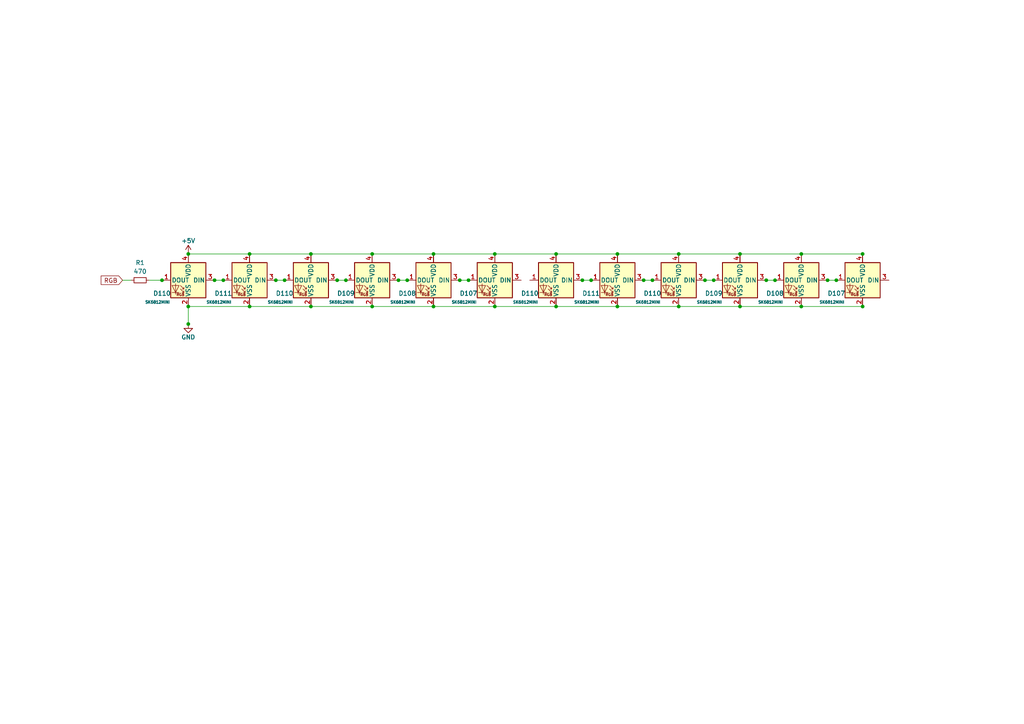
<source format=kicad_sch>
(kicad_sch (version 20230121) (generator eeschema)
  (paper "A4")
  (title_block (title "Hotswap Chiffre") (date "2023-07-13") (rev "0.2.2") (company "sporkus"))
  (lib_symbols
    (symbol "Device:R_Small" (pin_numbers hide) (pin_names (offset 0.254) hide)
      (property "Reference" "R" (at 0.762 0.508 0))
      (property "Value" "R_Small" (at 0.762 -1.016 0))
      (symbol "R_Small_0_1"
        (rectangle (start -0.762 1.778) (end 0.762 -1.778) (stroke (width 0.2032)))
      )
      (symbol "R_Small_1_1"
        (pin passive line (at 0 2.54 270) (length 0.762) (name "~") (number "1"))
        (pin passive line (at 0 -2.54 90) (length 0.762) (name "~") (number "2"))
      )
    )
    (symbol "LED:SK6812MINI" (pin_names (offset 0.254))
      (property "Reference" "D" (at 5.08 5.715 0))
      (property "Value" "SK6812MINI" (at 1.27 -5.715 0))
      (symbol "SK6812MINI_0_0"
        (text "RGB" (at 2.286 -4.191 0) (effects (font (size 0.762 0.762))))
      )
      (symbol "SK6812MINI_0_1"
        (polyline (pts (xy 1.27 -3.556) (xy 1.778 -3.556)))
        (polyline (pts (xy 1.27 -2.54) (xy 1.778 -2.54)))
        (polyline (pts (xy 4.699 -3.556) (xy 2.667 -3.556)))
        (polyline (pts (xy 2.286 -2.54) (xy 1.27 -3.556) (xy 1.27 -3.048)))
        (polyline (pts (xy 2.286 -1.524) (xy 1.27 -2.54) (xy 1.27 -2.032)))
        (polyline (pts (xy 3.683 -1.016) (xy 3.683 -3.556) (xy 3.683 -4.064)))
        (polyline (pts (xy 4.699 -1.524) (xy 2.667 -1.524) (xy 3.683 -3.556) (xy 4.699 -1.524)))
        (rectangle (start 5.08 5.08) (end -5.08 -5.08) (stroke (width 0.254)) (fill (type background)))
      )
      (symbol "SK6812MINI_1_1"
        (pin output line (at 7.62 0 180) (length 2.54) (name "DOUT") (number "1"))
        (pin power_in line (at 0 -7.62 90) (length 2.54) (name "VSS") (number "2"))
        (pin input line (at -7.62 0 0) (length 2.54) (name "DIN") (number "3"))
        (pin power_in line (at 0 7.62 270) (length 2.54) (name "VDD") (number "4"))
      )
    )
    (symbol "power:+5V" (power) (pin_names (offset 0))
      (property "Value" "+5V" (at 0 3.556 0))
      (symbol "+5V_0_1"
        (polyline (pts (xy -0.762 1.27) (xy 0 2.54)))
        (polyline (pts (xy 0 0) (xy 0 2.54)))
        (polyline (pts (xy 0 2.54) (xy 0.762 1.27)))
      )
      (symbol "+5V_1_1"
        (pin power_in line (at 0 0 90) (length 0) hide (name "+5V") (number "1"))
      )
    )
    (symbol "power:GND" (power) (pin_names (offset 0))
      (property "Value" "GND" (at 0 -3.81 0))
      (symbol "GND_0_1"
        (polyline (pts (xy 0 0) (xy 0 -1.27) (xy 1.27 -1.27) (xy 0 -2.54) (xy -1.27 -1.27) (xy 0 -1.27)))
      )
      (symbol "GND_1_1"
        (pin power_in line (at 0 0 270) (length 0) hide (name "GND") (number "1"))
      )
    )
  )
  (junction (at 214.63 88.9))
  (junction (at 90.17 73.66))
  (junction (at 214.63 73.66))
  (junction (at 133.35 81.28))
  (junction (at 189.23 81.28))
  (junction (at 125.73 73.66))
  (junction (at 125.73 88.9))
  (junction (at 107.95 88.9))
  (junction (at 115.57 81.28))
  (junction (at 242.57 81.28))
  (junction (at 196.85 88.9))
  (junction (at 135.89 81.28))
  (junction (at 250.19 88.9))
  (junction (at 54.61 93.98))
  (junction (at 46.99 81.28))
  (junction (at 232.41 88.9))
  (junction (at 186.69 81.28))
  (junction (at 82.55 81.28))
  (junction (at 161.29 73.66))
  (junction (at 179.07 73.66))
  (junction (at 207.01 81.28))
  (junction (at 64.77 81.28))
  (junction (at 168.91 81.28))
  (junction (at 143.51 88.9))
  (junction (at 222.25 81.28))
  (junction (at 196.85 73.66))
  (junction (at 171.45 81.28))
  (junction (at 250.19 73.66))
  (junction (at 72.39 73.66))
  (junction (at 100.33 81.28))
  (junction (at 72.39 88.9))
  (junction (at 54.61 88.9))
  (junction (at 143.51 73.66))
  (junction (at 118.11 81.28))
  (junction (at 107.95 73.66))
  (junction (at 90.17 88.9))
  (junction (at 232.41 73.66))
  (junction (at 80.01 81.28))
  (junction (at 224.79 81.28))
  (junction (at 97.79 81.28))
  (junction (at 204.47 81.28))
  (junction (at 179.07 88.9))
  (junction (at 161.29 88.9))
  (junction (at 54.61 73.66))
  (junction (at 62.23 81.28))
  (junction (at 240.03 81.28))
  (wire (pts (xy 232.41 88.9) (xy 250.19 88.9)))
  (wire (pts (xy 135.89 81.28) (xy 133.35 81.28)))
  (wire (pts (xy 100.33 81.28) (xy 97.79 81.28)))
  (wire (pts (xy 107.95 73.66) (xy 125.73 73.66)))
  (wire (pts (xy 72.39 73.66) (xy 90.17 73.66)))
  (wire (pts (xy 143.51 88.9) (xy 161.29 88.9)))
  (wire (pts (xy 207.01 81.28) (xy 204.47 81.28)))
  (wire (pts (xy 72.39 88.9) (xy 90.17 88.9)))
  (wire (pts (xy 54.61 88.9) (xy 54.61 93.98)))
  (wire (pts (xy 143.51 73.66) (xy 161.29 73.66)))
  (wire (pts (xy 82.55 81.28) (xy 80.01 81.28)))
  (wire (pts (xy 224.79 81.28) (xy 222.25 81.28)))
  (wire (pts (xy 161.29 88.9) (xy 179.07 88.9)))
  (wire (pts (xy 161.29 73.66) (xy 179.07 73.66)))
  (wire (pts (xy 179.07 88.9) (xy 196.85 88.9)))
  (wire (pts (xy 168.91 81.28) (xy 171.45 81.28)))
  (wire (pts (xy 125.73 88.9) (xy 143.51 88.9)))
  (wire (pts (xy 242.57 81.28) (xy 240.03 81.28)))
  (wire (pts (xy 189.23 81.28) (xy 186.69 81.28)))
  (wire (pts (xy 54.61 73.66) (xy 72.39 73.66)))
  (wire (pts (xy 43.18 81.28) (xy 46.99 81.28)))
  (wire (pts (xy 232.41 73.66) (xy 250.19 73.66)))
  (wire (pts (xy 107.95 88.9) (xy 125.73 88.9)))
  (wire (pts (xy 179.07 73.66) (xy 196.85 73.66)))
  (wire (pts (xy 196.85 73.66) (xy 214.63 73.66)))
  (wire (pts (xy 214.63 73.66) (xy 232.41 73.66)))
  (wire (pts (xy 62.23 81.28) (xy 64.77 81.28)))
  (wire (pts (xy 54.61 88.9) (xy 72.39 88.9)))
  (wire (pts (xy 125.73 73.66) (xy 143.51 73.66)))
  (wire (pts (xy 214.63 88.9) (xy 232.41 88.9)))
  (wire (pts (xy 90.17 88.9) (xy 107.95 88.9)))
  (wire (pts (xy 118.11 81.28) (xy 115.57 81.28)))
  (wire (pts (xy 196.85 88.9) (xy 214.63 88.9)))
  (wire (pts (xy 90.17 73.66) (xy 107.95 73.66)))
  (wire (pts (xy 35.56 81.28) (xy 38.1 81.28)))
  (global_label "RGB" (shape input) (at 35.56 81.28 180) (property "Intersheetrefs" "${INTERSHEET_REFS}" (effects hide)))
  (symbol (lib_id "LED:SK6812MINI") (at 214.63 81.28 0) (mirror y) (unit 1)
    (property "Reference" "D109" (at 207.01 85.09 0))
    (property "Value" "SK6812MINI" (at 205.74 87.63 0) (effects (font (size 0.8 0.8))))
    (property "Footprint" "modified_footrprints:LED_SK6812MINI_PLCC4_3.5x3.5mm_P1.75mm" (effects hide))
    (property "Datasheet" "https://cdn-shop.adafruit.com/product-files/2686/SK6812MINI_REV.01-1-2.pdf" (effects hide))
    (property "JlcRotOffset" "14" (effects hide))
    (instances (project "stm32_hotswap_chiffre" (path "" (reference "D109") (unit 1))) (project "vault35-katana" (path "" (reference "D43") (unit 1))))
  )
  (symbol (lib_id "power:GND") (at 54.61 93.98 0) (mirror y) (unit 1)
    (property "Reference" "#PWR?" (effects hide))
    (property "Value" "GND" (at 54.61 97.79 0))
    (instances (project "stm32_hotswap_chiffre" (path "" (reference "#PWR?") (unit 1)) (path "" (reference "#PWR020") (unit 1))) (project "LeChiffre" (path "" (reference "#PWR?") (unit 1))) (project "vault35-katana" (path "" (reference "#PWR?") (unit 1))))
  )
  (symbol (lib_id "LED:SK6812MINI") (at 125.73 81.28 0) (mirror y) (unit 1)
    (property "Reference" "D108" (at 118.11 85.09 0))
    (property "Value" "SK6812MINI" (at 116.84 87.63 0) (effects (font (size 0.8 0.8))))
    (property "Footprint" "modified_footrprints:LED_SK6812MINI_PLCC4_3.5x3.5mm_P1.75mm" (effects hide))
    (property "Datasheet" "https://cdn-shop.adafruit.com/product-files/2686/SK6812MINI_REV.01-1-2.pdf" (effects hide))
    (property "JlcRotOffset" "14" (effects hide))
  )
  (symbol (lib_id "LED:SK6812MINI") (at 196.85 81.28 0) (mirror y) (unit 1)
    (property "Reference" "D110" (at 189.23 85.09 0))
    (property "Value" "SK6812MINI" (at 187.96 87.63 0) (effects (font (size 0.8 0.8))))
    (property "Footprint" "modified_footrprints:LED_SK6812MINI_PLCC4_3.5x3.5mm_P1.75mm" (effects hide))
    (property "Datasheet" "https://cdn-shop.adafruit.com/product-files/2686/SK6812MINI_REV.01-1-2.pdf" (effects hide))
    (property "JlcRotOffset" "194" (effects hide))
    (instances (project "stm32_hotswap_chiffre" (path "" (reference "D110") (unit 1))) (project "vault35-katana" (path "" (reference "D41") (unit 1))))
  )
  (symbol (lib_id "LED:SK6812MINI") (at 90.17 81.28 0) (mirror y) (unit 1)
    (property "Reference" "D110" (at 82.55 85.09 0))
    (property "Value" "SK6812MINI" (at 81.28 87.63 0) (effects (font (size 0.8 0.8))))
    (property "Footprint" "modified_footrprints:LED_SK6812MINI_PLCC4_3.5x3.5mm_P1.75mm" (effects hide))
    (property "Datasheet" "https://cdn-shop.adafruit.com/product-files/2686/SK6812MINI_REV.01-1-2.pdf" (effects hide))
    (property "JlcRotOffset" "194" (effects hide))
  )
  (symbol (lib_id "LED:SK6812MINI") (at 232.41 81.28 0) (mirror y) (unit 1)
    (property "Reference" "D108" (at 224.79 85.09 0))
    (property "Value" "SK6812MINI" (at 223.52 87.63 0) (effects (font (size 0.8 0.8))))
    (property "Footprint" "modified_footrprints:LED_SK6812MINI_PLCC4_3.5x3.5mm_P1.75mm" (effects hide))
    (property "Datasheet" "https://cdn-shop.adafruit.com/product-files/2686/SK6812MINI_REV.01-1-2.pdf" (effects hide))
    (property "JlcRotOffset" "14" (effects hide))
    (instances (project "stm32_hotswap_chiffre" (path "" (reference "D108") (unit 1))) (project "vault35-katana" (path "" (reference "D45") (unit 1))))
  )
  (symbol (lib_id "Device:R_Small") (at 40.64 81.28 90) (unit 1)
    (property "Reference" "R1" (at 40.64 76.2 90))
    (property "Value" "470" (at 40.64 78.74 90))
  )
  (symbol (lib_id "LED:SK6812MINI") (at 72.39 81.28 0) (mirror y) (unit 1)
    (property "Reference" "D111" (at 64.77 85.09 0))
    (property "Value" "SK6812MINI" (at 63.5 87.63 0) (effects (font (size 0.8 0.8))))
    (property "Footprint" "modified_footrprints:LED_SK6812MINI_PLCC4_3.5x3.5mm_P1.75mm" (effects hide))
    (property "Datasheet" "https://cdn-shop.adafruit.com/product-files/2686/SK6812MINI_REV.01-1-2.pdf" (effects hide))
    (property "JlcRotOffset" "14" (effects hide))
  )
  (symbol (lib_id "power:+5V") (at 54.61 73.66 0) (unit 1)
    (property "Reference" "#PWR019" (effects hide))
    (property "Value" "+5V" (at 54.61 69.85 0))
  )
  (symbol (lib_id "LED:SK6812MINI") (at 161.29 81.28 0) (mirror y) (unit 1)
    (property "Reference" "D110" (at 153.67 85.09 0))
    (property "Value" "SK6812MINI" (at 152.4 87.63 0) (effects (font (size 0.8 0.8))))
    (property "Footprint" "modified_footrprints:LED_SK6812MINI_PLCC4_3.5x3.5mm_P1.75mm" (effects hide))
    (property "Datasheet" "https://cdn-shop.adafruit.com/product-files/2686/SK6812MINI_REV.01-1-2.pdf" (effects hide))
    (property "JlcRotOffset" "194" (effects hide))
    (instances (project "stm32_hotswap_chiffre" (path "" (reference "D110") (unit 1))) (project "vault35-katana" (path "" (reference "D37") (unit 1))))
  )
  (symbol (lib_id "LED:SK6812MINI") (at 143.51 81.28 0) (mirror y) (unit 1)
    (property "Reference" "D107" (at 135.89 85.09 0))
    (property "Value" "SK6812MINI" (at 134.62 87.63 0) (effects (font (size 0.8 0.8))))
    (property "Footprint" "modified_footrprints:LED_SK6812MINI_PLCC4_3.5x3.5mm_P1.75mm" (effects hide))
    (property "Datasheet" "https://cdn-shop.adafruit.com/product-files/2686/SK6812MINI_REV.01-1-2.pdf" (effects hide))
    (property "JlcRotOffset" "180" (effects hide))
  )
  (symbol (lib_id "LED:SK6812MINI") (at 107.95 81.28 0) (mirror y) (unit 1)
    (property "Reference" "D109" (at 100.33 85.09 0))
    (property "Value" "SK6812MINI" (at 99.06 87.63 0) (effects (font (size 0.8 0.8))))
    (property "Footprint" "modified_footrprints:LED_SK6812MINI_PLCC4_3.5x3.5mm_P1.75mm" (effects hide))
    (property "Datasheet" "https://cdn-shop.adafruit.com/product-files/2686/SK6812MINI_REV.01-1-2.pdf" (effects hide))
    (property "JlcRotOffset" "14" (effects hide))
  )
  (symbol (lib_id "LED:SK6812MINI") (at 161.29 81.28 0) (mirror y) (unit 1)
    (property "Reference" "D110" (at 153.67 85.09 0))
    (property "Value" "SK6812MINI" (at 152.4 87.63 0) (effects (font (size 0.8 0.8))))
    (property "Footprint" "modified_footrprints:LED_SK6812MINI_PLCC4_3.5x3.5mm_P1.75mm" (effects hide))
    (property "Datasheet" "https://cdn-shop.adafruit.com/product-files/2686/SK6812MINI_REV.01-1-2.pdf" (effects hide))
    (property "JlcRotOffset" "194" (effects hide))
    (instances (project "stm32_hotswap_chiffre" (path "" (reference "D110") (unit 1))) (project "vault35-katana" (path "" (reference "D38") (unit 1))))
  )
  (symbol (lib_id "LED:SK6812MINI") (at 232.41 81.28 0) (mirror y) (unit 1)
    (property "Reference" "D108" (at 224.79 85.09 0))
    (property "Value" "SK6812MINI" (at 223.52 87.63 0) (effects (font (size 0.8 0.8))))
    (property "Footprint" "modified_footrprints:LED_SK6812MINI_PLCC4_3.5x3.5mm_P1.75mm" (effects hide))
    (property "Datasheet" "https://cdn-shop.adafruit.com/product-files/2686/SK6812MINI_REV.01-1-2.pdf" (effects hide))
    (property "JlcRotOffset" "14" (effects hide))
    (instances (project "stm32_hotswap_chiffre" (path "" (reference "D108") (unit 1))) (project "vault35-katana" (path "" (reference "D46") (unit 1))))
  )
  (symbol (lib_id "LED:SK6812MINI") (at 90.17 81.28 0) (mirror y) (unit 1)
    (property "Reference" "D110" (at 82.55 85.09 0))
    (property "Value" "SK6812MINI" (at 81.28 87.63 0) (effects (font (size 0.8 0.8))))
    (property "Footprint" "modified_footrprints:LED_SK6812MINI_PLCC4_3.5x3.5mm_P1.75mm" (effects hide))
    (property "Datasheet" "https://cdn-shop.adafruit.com/product-files/2686/SK6812MINI_REV.01-1-2.pdf" (effects hide))
    (property "JlcRotOffset" "194" (effects hide))
  )
  (symbol (lib_id "LED:SK6812MINI") (at 143.51 81.28 0) (mirror y) (unit 1)
    (property "Reference" "D107" (at 135.89 85.09 0))
    (property "Value" "SK6812MINI" (at 134.62 87.63 0) (effects (font (size 0.8 0.8))))
    (property "Footprint" "modified_footrprints:LED_SK6812MINI_PLCC4_3.5x3.5mm_P1.75mm" (effects hide))
    (property "Datasheet" "https://cdn-shop.adafruit.com/product-files/2686/SK6812MINI_REV.01-1-2.pdf" (effects hide))
    (property "JlcRotOffset" "180" (effects hide))
  )
  (symbol (lib_id "LED:SK6812MINI") (at 196.85 81.28 0) (mirror y) (unit 1)
    (property "Reference" "D110" (at 189.23 85.09 0))
    (property "Value" "SK6812MINI" (at 187.96 87.63 0) (effects (font (size 0.8 0.8))))
    (property "Footprint" "modified_footrprints:LED_SK6812MINI_PLCC4_3.5x3.5mm_P1.75mm" (effects hide))
    (property "Datasheet" "https://cdn-shop.adafruit.com/product-files/2686/SK6812MINI_REV.01-1-2.pdf" (effects hide))
    (property "JlcRotOffset" "194" (effects hide))
    (instances (project "stm32_hotswap_chiffre" (path "" (reference "D110") (unit 1))) (project "vault35-katana" (path "" (reference "D42") (unit 1))))
  )
  (symbol (lib_id "LED:SK6812MINI") (at 250.19 81.28 0) (mirror y) (unit 1)
    (property "Reference" "D107" (at 242.57 85.09 0))
    (property "Value" "SK6812MINI" (at 241.3 87.63 0) (effects (font (size 0.8 0.8))))
    (property "Footprint" "modified_footrprints:LED_SK6812MINI_PLCC4_3.5x3.5mm_P1.75mm" (effects hide))
    (property "Datasheet" "https://cdn-shop.adafruit.com/product-files/2686/SK6812MINI_REV.01-1-2.pdf" (effects hide))
    (property "JlcRotOffset" "180" (effects hide))
    (instances (project "stm32_hotswap_chiffre" (path "" (reference "D107") (unit 1))) (project "vault35-katana" (path "" (reference "D47") (unit 1))))
  )
  (symbol (lib_id "LED:SK6812MINI") (at 107.95 81.28 0) (mirror y) (unit 1)
    (property "Reference" "D109" (at 100.33 85.09 0))
    (property "Value" "SK6812MINI" (at 99.06 87.63 0) (effects (font (size 0.8 0.8))))
    (property "Footprint" "modified_footrprints:LED_SK6812MINI_PLCC4_3.5x3.5mm_P1.75mm" (effects hide))
    (property "Datasheet" "https://cdn-shop.adafruit.com/product-files/2686/SK6812MINI_REV.01-1-2.pdf" (effects hide))
    (property "JlcRotOffset" "14" (effects hide))
  )
  (symbol (lib_id "power:+5V") (at 54.61 73.66 0) (unit 1)
    (property "Reference" "#PWR019" (effects hide))
    (property "Value" "+5V" (at 54.61 69.85 0))
  )
  (symbol (lib_id "LED:SK6812MINI") (at 72.39 81.28 0) (mirror y) (unit 1)
    (property "Reference" "D111" (at 64.77 85.09 0))
    (property "Value" "SK6812MINI" (at 63.5 87.63 0) (effects (font (size 0.8 0.8))))
    (property "Footprint" "modified_footrprints:LED_SK6812MINI_PLCC4_3.5x3.5mm_P1.75mm" (effects hide))
    (property "Datasheet" "https://cdn-shop.adafruit.com/product-files/2686/SK6812MINI_REV.01-1-2.pdf" (effects hide))
    (property "JlcRotOffset" "14" (effects hide))
  )
  (symbol (lib_id "LED:SK6812MINI") (at 54.61 81.28 0) (mirror y) (unit 1)
    (property "Reference" "D110" (at 46.99 85.09 0))
    (property "Value" "SK6812MINI" (at 45.72 87.63 0) (effects (font (size 0.8 0.8))))
    (property "Footprint" "modified_footrprints:LED_SK6812MINI_PLCC4_3.5x3.5mm_P1.75mm" (effects hide))
    (property "Datasheet" "https://cdn-shop.adafruit.com/product-files/2686/SK6812MINI_REV.01-1-2.pdf" (effects hide))
    (property "JlcRotOffset" "194" (effects hide))
    (instances (project "stm32_hotswap_chiffre" (path "" (reference "D110") (unit 1))) (project "vault35-katana" (path "" (reference "D36") (unit 1))))
  )
  (symbol (lib_id "LED:SK6812MINI") (at 54.61 81.28 0) (mirror y) (unit 1)
    (property "Reference" "D110" (at 46.99 85.09 0))
    (property "Value" "SK6812MINI" (at 45.72 87.63 0) (effects (font (size 0.8 0.8))))
    (property "Footprint" "modified_footrprints:LED_SK6812MINI_PLCC4_3.5x3.5mm_P1.75mm" (effects hide))
    (property "Datasheet" "https://cdn-shop.adafruit.com/product-files/2686/SK6812MINI_REV.01-1-2.pdf" (effects hide))
    (property "JlcRotOffset" "194" (effects hide))
    (instances (project "stm32_hotswap_chiffre" (path "" (reference "D110") (unit 1))) (project "vault35-katana" (path "" (reference "D36") (unit 1))))
  )
  (symbol (lib_id "LED:SK6812MINI") (at 125.73 81.28 0) (mirror y) (unit 1)
    (property "Reference" "D108" (at 118.11 85.09 0))
    (property "Value" "SK6812MINI" (at 116.84 87.63 0) (effects (font (size 0.8 0.8))))
    (property "Footprint" "modified_footrprints:LED_SK6812MINI_PLCC4_3.5x3.5mm_P1.75mm" (effects hide))
    (property "Datasheet" "https://cdn-shop.adafruit.com/product-files/2686/SK6812MINI_REV.01-1-2.pdf" (effects hide))
    (property "JlcRotOffset" "14" (effects hide))
  )
  (symbol (lib_id "LED:SK6812MINI") (at 179.07 81.28 0) (mirror y) (unit 1)
    (property "Reference" "D111" (at 171.45 85.09 0))
    (property "Value" "SK6812MINI" (at 170.18 87.63 0) (effects (font (size 0.8 0.8))))
    (property "Footprint" "modified_footrprints:LED_SK6812MINI_PLCC4_3.5x3.5mm_P1.75mm" (effects hide))
    (property "Datasheet" "https://cdn-shop.adafruit.com/product-files/2686/SK6812MINI_REV.01-1-2.pdf" (effects hide))
    (property "JlcRotOffset" "14" (effects hide))
    (instances (project "stm32_hotswap_chiffre" (path "" (reference "D111") (unit 1))) (project "vault35-katana" (path "" (reference "D39") (unit 1))))
  )
  (symbol (lib_id "LED:SK6812MINI") (at 214.63 81.28 0) (mirror y) (unit 1)
    (property "Reference" "D109" (at 207.01 85.09 0))
    (property "Value" "SK6812MINI" (at 205.74 87.63 0) (effects (font (size 0.8 0.8))))
    (property "Footprint" "modified_footrprints:LED_SK6812MINI_PLCC4_3.5x3.5mm_P1.75mm" (effects hide))
    (property "Datasheet" "https://cdn-shop.adafruit.com/product-files/2686/SK6812MINI_REV.01-1-2.pdf" (effects hide))
    (property "JlcRotOffset" "14" (effects hide))
    (instances (project "stm32_hotswap_chiffre" (path "" (reference "D109") (unit 1))) (project "vault35-katana" (path "" (reference "D44") (unit 1))))
  )
  (symbol (lib_id "LED:SK6812MINI") (at 179.07 81.28 0) (mirror y) (unit 1)
    (property "Reference" "D111" (at 171.45 85.09 0))
    (property "Value" "SK6812MINI" (at 170.18 87.63 0) (effects (font (size 0.8 0.8))))
    (property "Footprint" "modified_footrprints:LED_SK6812MINI_PLCC4_3.5x3.5mm_P1.75mm" (effects hide))
    (property "Datasheet" "https://cdn-shop.adafruit.com/product-files/2686/SK6812MINI_REV.01-1-2.pdf" (effects hide))
    (property "JlcRotOffset" "14" (effects hide))
    (instances (project "stm32_hotswap_chiffre" (path "" (reference "D111") (unit 1))) (project "vault35-katana" (path "" (reference "D40") (unit 1))))
  )
  (symbol (lib_id "LED:SK6812MINI") (at 250.19 81.28 0) (mirror y) (unit 1)
    (property "Reference" "D107" (at 242.57 85.09 0))
    (property "Value" "SK6812MINI" (at 241.3 87.63 0) (effects (font (size 0.8 0.8))))
    (property "Footprint" "modified_footrprints:LED_SK6812MINI_PLCC4_3.5x3.5mm_P1.75mm" (effects hide))
    (property "Datasheet" "https://cdn-shop.adafruit.com/product-files/2686/SK6812MINI_REV.01-1-2.pdf" (effects hide))
    (property "JlcRotOffset" "180" (effects hide))
    (instances (project "stm32_hotswap_chiffre" (path "" (reference "D107") (unit 1))) (project "vault35-katana" (path "" (reference "D48") (unit 1))))
  )
  (symbol (lib_id "power:GND") (at 54.61 93.98 0) (mirror y) (unit 1)
    (property "Reference" "#PWR?" (effects hide))
    (property "Value" "GND" (at 54.61 97.79 0))
    (instances (project "stm32_hotswap_chiffre" (path "" (reference "#PWR?") (unit 1)) (path "" (reference "#PWR020") (unit 1))) (project "LeChiffre" (path "" (reference "#PWR?") (unit 1))) (project "vault35-katana" (path "" (reference "#PWR?") (unit 1))))
  )
)
</source>
